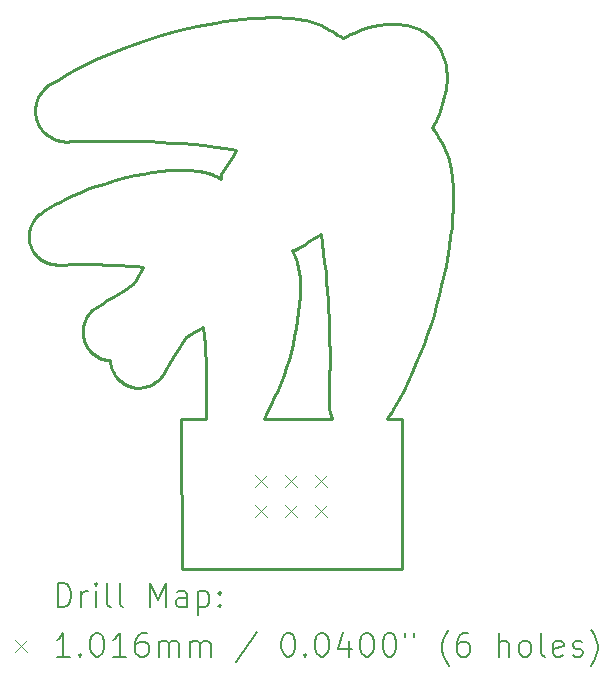
<source format=gbr>
%TF.GenerationSoftware,KiCad,Pcbnew,(6.0.10-0)*%
%TF.CreationDate,2023-06-21T21:43:06+02:00*%
%TF.ProjectId,SwiftLeeds,53776966-744c-4656-9564-732e6b696361,rev?*%
%TF.SameCoordinates,Original*%
%TF.FileFunction,Drillmap*%
%TF.FilePolarity,Positive*%
%FSLAX45Y45*%
G04 Gerber Fmt 4.5, Leading zero omitted, Abs format (unit mm)*
G04 Created by KiCad (PCBNEW (6.0.10-0)) date 2023-06-21 21:43:06*
%MOMM*%
%LPD*%
G01*
G04 APERTURE LIST*
%ADD10C,0.264583*%
%ADD11C,0.200000*%
%ADD12C,0.101600*%
G04 APERTURE END LIST*
D10*
X16724384Y-7317746D02*
X16720864Y-7317938D01*
X14492305Y-7267247D02*
X14495228Y-7277110D01*
X14698053Y-6379314D02*
X14713009Y-6385085D01*
X15309262Y-6703392D02*
X15212918Y-6728261D01*
X14612388Y-7415086D02*
X14620125Y-7418878D01*
X17010421Y-7665303D02*
X17003883Y-7584408D01*
X17978314Y-7618182D02*
X18014259Y-7450318D01*
X17855800Y-5488792D02*
X17835620Y-5475364D01*
X14728781Y-7442262D02*
X14756061Y-7442258D01*
X17272560Y-5464345D02*
X17239299Y-5478262D01*
X14685818Y-7439217D02*
X14694354Y-7440447D01*
X18038400Y-6547179D02*
X18031849Y-6527353D01*
X14650336Y-5925300D02*
X14650336Y-5925300D01*
X16827919Y-5373119D02*
X16801487Y-5367515D01*
X16033295Y-6679608D02*
X16020100Y-6674696D01*
X15871841Y-6423684D02*
X15964545Y-6432809D01*
X16770662Y-7499097D02*
X16773666Y-7519969D01*
X16059298Y-6690448D02*
X16046363Y-6684861D01*
X16110221Y-6714014D02*
X16109575Y-6715950D01*
X18054292Y-7202749D02*
X18063194Y-7123881D01*
X18054511Y-6607720D02*
X18049749Y-6587371D01*
X15212918Y-6728261D02*
X15117441Y-6756665D01*
X17036595Y-8702183D02*
X17034740Y-8696000D01*
X14702928Y-7441370D02*
X14711531Y-7441983D01*
X15553274Y-8439986D02*
X15568558Y-8428601D01*
X16747986Y-7312959D02*
X16744767Y-7314127D01*
X17914008Y-6255100D02*
X17928023Y-6226701D01*
X15391533Y-8484627D02*
X15391533Y-8484627D01*
X14965808Y-7898955D02*
X14960551Y-7910365D01*
X15369751Y-8481806D02*
X15380572Y-8483495D01*
X14578168Y-5998357D02*
X14571633Y-6009454D01*
X14794114Y-6886137D02*
X14749764Y-6908706D01*
X16691837Y-5353868D02*
X16663784Y-5351956D01*
X15309262Y-6703392D02*
X15309262Y-6703392D01*
X17024245Y-8587942D02*
X17025006Y-8566836D01*
X16773462Y-7777881D02*
X16766115Y-7845907D01*
X14806922Y-5828834D02*
X14727813Y-5875703D01*
X17436771Y-5415908D02*
X17410013Y-5421352D01*
X14486836Y-7165284D02*
X14485485Y-7175486D01*
X15201442Y-8356200D02*
X15206917Y-8365605D01*
X17239299Y-5478262D02*
X17206468Y-5493192D01*
X17616718Y-8579257D02*
X17616718Y-8579257D01*
X15019874Y-7829577D02*
X15019874Y-7829577D01*
X16762970Y-7303718D02*
X16762970Y-7303718D01*
X14609887Y-5957910D02*
X14601129Y-5967367D01*
X15180220Y-8306278D02*
X15183604Y-8316595D01*
X17953943Y-6168701D02*
X17965700Y-6139150D01*
X15429783Y-8484927D02*
X15448648Y-8482690D01*
X17641903Y-10017193D02*
X17641903Y-10017193D01*
X15073386Y-7439842D02*
X15136581Y-7441777D01*
X17463841Y-5411406D02*
X17436771Y-5415908D01*
X17573807Y-5403814D02*
X17546205Y-5404049D01*
X14620237Y-6982948D02*
X14578351Y-7009937D01*
X16471462Y-8745816D02*
X16471462Y-8745816D01*
X14597343Y-7406714D02*
X14604791Y-7411030D01*
X15984416Y-8337349D02*
X15985609Y-8387170D01*
X17960852Y-6376274D02*
X17949928Y-6358452D01*
X17026390Y-8657708D02*
X17025540Y-8651181D01*
X18002979Y-6017866D02*
X18009492Y-5986900D01*
X15896668Y-6647272D02*
X15859672Y-6644343D01*
X15010174Y-7438752D02*
X15073386Y-7439842D01*
X14538788Y-6120384D02*
X14538100Y-6133354D01*
X15959973Y-7972927D02*
X15959973Y-7972927D01*
X15500000Y-6400000D02*
X15593047Y-6404247D01*
X14919666Y-7438212D02*
X14946959Y-7438489D01*
X14523265Y-7336233D02*
X14528138Y-7343332D01*
X18073170Y-6767383D02*
X18070421Y-6727828D01*
X14727813Y-5875703D02*
X14650336Y-5925300D01*
X17529487Y-8728676D02*
X17542568Y-8707964D01*
X14892387Y-7438496D02*
X14919666Y-7438212D01*
X16111163Y-6709523D02*
X16110746Y-6711863D01*
X15983965Y-8316855D02*
X15984416Y-8337349D01*
X14639420Y-5932607D02*
X14629037Y-5940498D01*
X14985276Y-7866704D02*
X14978171Y-7877091D01*
X14571633Y-6009454D02*
X14565665Y-6020882D01*
X14713009Y-6385085D02*
X14728274Y-6390016D01*
X18049749Y-6587371D02*
X18044372Y-6567188D01*
X16718195Y-8115102D02*
X16701621Y-8181360D01*
X15298957Y-8455767D02*
X15308456Y-8460897D01*
X16731343Y-7317076D02*
X16727879Y-7317464D01*
X16732939Y-8048365D02*
X16718195Y-8115102D01*
X18016449Y-5773928D02*
X18012474Y-5750289D01*
X15139087Y-8248734D02*
X15149473Y-8250538D01*
X14930201Y-6824693D02*
X14884367Y-6844149D01*
X17886197Y-7948887D02*
X17911803Y-7866961D01*
X14620125Y-7418878D02*
X14627991Y-7422402D01*
X14541458Y-6185038D02*
X14543846Y-6197750D01*
X15825479Y-8049069D02*
X15828858Y-8046938D01*
X17025006Y-8566836D02*
X17027002Y-8524615D01*
X17074874Y-5480286D02*
X17051721Y-5466207D01*
X14976817Y-8140973D02*
X14983747Y-8151488D01*
X15985609Y-8387170D02*
X15985994Y-8438171D01*
X15263454Y-8431149D02*
X15271932Y-8437886D01*
X16607578Y-5349810D02*
X16579447Y-5349401D01*
X14507613Y-7096674D02*
X14503454Y-7106050D01*
X17142070Y-5525583D02*
X17120057Y-5510029D01*
X14629037Y-5940498D02*
X14619191Y-5948944D01*
X17874813Y-5503537D02*
X17855800Y-5488792D01*
X15325917Y-7452845D02*
X15388897Y-7458350D01*
X15318180Y-8465583D02*
X15328117Y-8469811D01*
X17735989Y-5429213D02*
X17709723Y-5421537D01*
X15289696Y-8450212D02*
X15298957Y-8455767D01*
X17020112Y-7827097D02*
X17015837Y-7746228D01*
X18014733Y-5955726D02*
X18018629Y-5924370D01*
X15117441Y-6756665D02*
X15023110Y-6788758D01*
X17985080Y-5658056D02*
X17975350Y-5636030D01*
X15779001Y-6415965D02*
X15871841Y-6423684D01*
X15854062Y-8033649D02*
X15857660Y-8031745D01*
X16859289Y-7243984D02*
X16811212Y-7273987D01*
X15500000Y-6400000D02*
X15500000Y-6400000D01*
X16745463Y-7396942D02*
X16751990Y-7417010D01*
X14617708Y-6327690D02*
X14629722Y-6338259D01*
X16717692Y-7332633D02*
X16721336Y-7339933D01*
X17031393Y-8683439D02*
X17029919Y-8677074D01*
X15108399Y-8241011D02*
X15118529Y-8243973D01*
X14503454Y-7106050D02*
X14499687Y-7115599D01*
X14559718Y-6246810D02*
X14565286Y-6258469D01*
X14571502Y-6269821D02*
X14578370Y-6280835D01*
X15206917Y-8365605D02*
X15212774Y-8374778D01*
X15910723Y-6648724D02*
X15896668Y-6647272D01*
X14728274Y-6390016D02*
X14743797Y-6394095D01*
X14955141Y-8095611D02*
X14959652Y-8107379D01*
X15896668Y-6647272D02*
X15896668Y-6647272D01*
X14493340Y-7135137D02*
X14490767Y-7145092D01*
X16905434Y-5396276D02*
X16879901Y-5387555D01*
X16854060Y-5379818D02*
X16827919Y-5373119D01*
X16111486Y-6707016D02*
X16111163Y-6709523D01*
X15984970Y-8747758D02*
X15770833Y-8748789D01*
X16135420Y-5383214D02*
X16058493Y-5395251D01*
X16801487Y-5367515D02*
X16774771Y-5363059D01*
X16663018Y-8312189D02*
X16641004Y-8376636D01*
X17004329Y-5439908D02*
X16980107Y-5427797D01*
X16780650Y-7625372D02*
X16780423Y-7667629D01*
X14538018Y-6146336D02*
X14538548Y-6159299D01*
X15819074Y-8053703D02*
X15822212Y-8051317D01*
X16747779Y-5359805D02*
X16747779Y-5359805D01*
X14791395Y-6401101D02*
X14807432Y-6401654D01*
X14683458Y-6372714D02*
X14698053Y-6379314D01*
X17027002Y-8524615D02*
X17027801Y-8503507D01*
X17025540Y-8651181D02*
X17025540Y-8651181D01*
X17515900Y-8748932D02*
X17515900Y-8748932D01*
X16683226Y-8247076D02*
X16663018Y-8312189D01*
X18070421Y-6727828D02*
X18066751Y-6688325D01*
X17023000Y-7890276D02*
X17020112Y-7827097D01*
X17986437Y-6079075D02*
X17995270Y-6048600D01*
X15905448Y-5424201D02*
X15753631Y-5459313D01*
X15430980Y-7500560D02*
X15410436Y-7536477D01*
X15282266Y-7663417D02*
X15193803Y-7717300D01*
X14547444Y-7037331D02*
X14540627Y-7045009D01*
X15370240Y-7608815D02*
X15282266Y-7663417D01*
X17049741Y-8737564D02*
X17045030Y-8726137D01*
X14538100Y-6133354D02*
X14538018Y-6146336D01*
X15271932Y-8437886D02*
X15280683Y-8444246D01*
X14694354Y-7440447D02*
X14702928Y-7441370D01*
X14565286Y-6258469D02*
X14571502Y-6269821D01*
X14728781Y-7442262D02*
X14728781Y-7442262D01*
X16006784Y-6670134D02*
X15993354Y-6665930D01*
X14627991Y-7422402D02*
X14635975Y-7425655D01*
X17374976Y-5429946D02*
X17357628Y-5434821D01*
X15069355Y-8225202D02*
X15078853Y-8229755D01*
X15348581Y-8476824D02*
X15359084Y-8479577D01*
X16731737Y-7362083D02*
X16734989Y-7369564D01*
X15448648Y-8482690D02*
X15467235Y-8478949D01*
X17024294Y-8630118D02*
X17023935Y-8609037D01*
X14555442Y-6044602D02*
X14551196Y-6056830D01*
X14490767Y-7145092D02*
X14488598Y-7155147D01*
X16720864Y-7317938D02*
X16717324Y-7318056D01*
X14887512Y-5784560D02*
X14806922Y-5828834D01*
X17995270Y-6048600D02*
X18002979Y-6017866D01*
X15527506Y-6661558D02*
X15454327Y-6673612D01*
X15984325Y-8646402D02*
X15984321Y-8697625D01*
X16241505Y-6469867D02*
X16241505Y-6469867D01*
X14953263Y-6396176D02*
X15090212Y-6393944D01*
X16754220Y-7309992D02*
X16751139Y-7311586D01*
X14916763Y-6396853D02*
X14935008Y-6396375D01*
X16523193Y-5349470D02*
X16523193Y-5349470D01*
X17616718Y-8579257D02*
X17656867Y-8503351D01*
X17028203Y-5452730D02*
X17004329Y-5439908D01*
X14499687Y-7115599D02*
X14496314Y-7125300D01*
X15363826Y-6395789D02*
X15500000Y-6400000D01*
X14533281Y-7350222D02*
X14538684Y-7356899D01*
X16955546Y-5416452D02*
X16930652Y-5405926D01*
X15191687Y-8336762D02*
X15196362Y-8346581D01*
X16738114Y-7377099D02*
X16745463Y-7396942D01*
X17033003Y-8689750D02*
X17031393Y-8683439D01*
X15785663Y-6641776D02*
X15748671Y-6642027D01*
X15816085Y-8056247D02*
X15819074Y-8053703D01*
X17938611Y-6340892D02*
X17938611Y-6340892D01*
X16738152Y-7315913D02*
X16734769Y-7316564D01*
X17025515Y-7953485D02*
X17023000Y-7890276D01*
X14992999Y-7856726D02*
X14985276Y-7866704D01*
X17040626Y-8714327D02*
X17036595Y-8702183D01*
X17555255Y-8686887D02*
X17567660Y-8665538D01*
X16367546Y-5357475D02*
X16289969Y-5364275D01*
X17051721Y-5466207D02*
X17028203Y-5452730D01*
X16728370Y-7354654D02*
X16731737Y-7362083D01*
X17928023Y-6226701D02*
X17941359Y-6197892D01*
X14756061Y-7442258D02*
X14783330Y-7441772D01*
X15857660Y-8031745D02*
X15861202Y-8029779D01*
X14512162Y-7087486D02*
X14507613Y-7096674D01*
X14585896Y-6291479D02*
X14585896Y-6291479D01*
X15239780Y-8408833D02*
X15247366Y-8416606D01*
X15159904Y-8251964D02*
X15170357Y-8253013D01*
X17028175Y-8482406D02*
X17028175Y-8482406D01*
X16176861Y-6571073D02*
X16113037Y-6672800D01*
X17028588Y-8670660D02*
X17027409Y-8664202D01*
X15010297Y-7838129D02*
X15001339Y-7847190D01*
X17120057Y-5510029D02*
X17097656Y-5494912D01*
X14506676Y-7305836D02*
X14510368Y-7313727D01*
X14644069Y-7428631D02*
X14652261Y-7431326D01*
X16721336Y-7339933D02*
X16724899Y-7347272D01*
X14951879Y-7933974D02*
X14948464Y-7946105D01*
X14569243Y-7386943D02*
X14575994Y-7392254D01*
X14955908Y-7922049D02*
X14951879Y-7933974D01*
X15813264Y-8058968D02*
X15816085Y-8056247D01*
X14978171Y-7877091D02*
X14971682Y-7887852D01*
X18058640Y-6628227D02*
X18054511Y-6607720D01*
X15828858Y-8046938D02*
X15832330Y-8044905D01*
X14884367Y-6844149D02*
X14838993Y-6864624D01*
X15098396Y-8237656D02*
X15108399Y-8241011D01*
X14971682Y-7887852D02*
X14965808Y-7898955D01*
X17761783Y-5438383D02*
X17735989Y-5429213D01*
X14538684Y-7356899D02*
X14544336Y-7363359D01*
X15255261Y-8424050D02*
X15263454Y-8431149D01*
X14498595Y-7286841D02*
X14502410Y-7296422D01*
X15060066Y-8220243D02*
X15069355Y-8225202D01*
X17975350Y-5636030D02*
X17964466Y-5614598D01*
X14517096Y-7078505D02*
X14512162Y-7087486D01*
X17020112Y-7827097D02*
X17020112Y-7827097D01*
X16727879Y-7317464D02*
X16724384Y-7317746D01*
X18019278Y-5797618D02*
X18019278Y-5797618D01*
X16879901Y-5387555D02*
X16854060Y-5379818D01*
X16747779Y-5359805D02*
X16719839Y-5356455D01*
X14578370Y-6280835D02*
X14585896Y-6291479D01*
X17952424Y-5593850D02*
X17939225Y-5573877D01*
X17027801Y-8503507D02*
X17028175Y-8482406D01*
X14544457Y-6081865D02*
X14541971Y-6094608D01*
X15631074Y-8357323D02*
X15640251Y-8340656D01*
X17546205Y-5404049D02*
X17518629Y-5405426D01*
X17911803Y-7866961D02*
X17935678Y-7784502D01*
X17829715Y-8110946D02*
X17858841Y-8030232D01*
X15640251Y-8340656D02*
X15640251Y-8340656D01*
X15187430Y-8326762D02*
X15191687Y-8336762D01*
X15308456Y-8460897D02*
X15318180Y-8465583D01*
X16955051Y-7183364D02*
X16955051Y-7183364D01*
X15839477Y-8041053D02*
X15854062Y-8033649D01*
X14540080Y-6107458D02*
X14538788Y-6120384D01*
X14969431Y-5742751D02*
X14887512Y-5784560D01*
X14783330Y-7441772D02*
X14837855Y-7440053D01*
X16109575Y-6715950D02*
X16109575Y-6715950D01*
X15451786Y-7464793D02*
X15451786Y-7464793D01*
X17027409Y-8664202D02*
X17026390Y-8657708D01*
X14484994Y-7226832D02*
X14486171Y-7237045D01*
X14991281Y-8161607D02*
X14999418Y-8171295D01*
X17340392Y-5440060D02*
X17306255Y-5451569D01*
X17909344Y-5536616D02*
X17892661Y-5519508D01*
X15401136Y-8485319D02*
X15410719Y-8485594D01*
X14534181Y-7052984D02*
X14528108Y-7061236D01*
X15388897Y-7458350D02*
X15451786Y-7464793D01*
X15832330Y-8044905D02*
X15835875Y-8042950D01*
X17030651Y-8179682D02*
X17029001Y-8078503D01*
X17174061Y-5509008D02*
X17142070Y-5525583D01*
X17027551Y-8016352D02*
X17025515Y-7953485D01*
X15601010Y-6651982D02*
X15527506Y-6661558D01*
X14487779Y-7247197D02*
X14489823Y-7257270D01*
X15370240Y-7608815D02*
X15370240Y-7608815D01*
X17971363Y-6394351D02*
X17960852Y-6376274D01*
X14590054Y-7402144D02*
X14597343Y-7406714D01*
X14562175Y-7022934D02*
X14554627Y-7029967D01*
X18044372Y-6567188D02*
X18038400Y-6547179D01*
X16717324Y-7318056D02*
X16710208Y-7318136D01*
X14562692Y-7381394D02*
X14569243Y-7386943D01*
X15019874Y-7829577D02*
X15010297Y-7838129D01*
X14945248Y-8059065D02*
X14947938Y-8071420D01*
X16072092Y-6696358D02*
X16059298Y-6690448D01*
X15485465Y-8473770D02*
X15503263Y-8467219D01*
X18043669Y-7281300D02*
X18054292Y-7202749D01*
X14941692Y-8034002D02*
X14943166Y-8046581D01*
X16445295Y-5352523D02*
X16367546Y-5357475D01*
X15503263Y-8467219D02*
X15520548Y-8459361D01*
X17766078Y-8270287D02*
X17798801Y-8190981D01*
X17683057Y-5415305D02*
X17656061Y-5410467D01*
X18017089Y-6488279D02*
X18008915Y-6469048D01*
X14935008Y-6396375D02*
X14953263Y-6396176D01*
X16996243Y-7503629D02*
X16987521Y-7423050D01*
X14976460Y-6806235D02*
X14930201Y-6824693D01*
X17029919Y-8677074D02*
X17028588Y-8670660D01*
X14560266Y-6032609D02*
X14555442Y-6044602D01*
X15088540Y-8233905D02*
X15098396Y-8237656D01*
X14642357Y-6348057D02*
X14655558Y-6357074D01*
X14711531Y-7441983D02*
X14720152Y-7442282D01*
X15822667Y-6642529D02*
X15785663Y-6641776D01*
X18031849Y-6527353D02*
X18024740Y-6507717D01*
X14662790Y-6957093D02*
X14620237Y-6982948D01*
X14837855Y-7440053D02*
X14892387Y-7438496D01*
X15023110Y-6788758D02*
X14976460Y-6806235D01*
X14585265Y-5987622D02*
X14578168Y-5998357D01*
X16241505Y-6469867D02*
X16209047Y-6520386D01*
X16057079Y-6443465D02*
X16149411Y-6455776D01*
X15822212Y-8051317D02*
X15825479Y-8049069D01*
X16719839Y-5356455D02*
X16691837Y-5353868D01*
X14484247Y-7216577D02*
X14484994Y-7226832D01*
X17709723Y-5421537D02*
X17683057Y-5415305D01*
X15952440Y-6655558D02*
X15938615Y-6652875D01*
X16209047Y-6520386D02*
X16176861Y-6571073D01*
X14601129Y-5967367D02*
X14592920Y-5977281D01*
X18018629Y-5924370D02*
X18021105Y-5892856D01*
X16112115Y-6695812D02*
X16111906Y-6701601D01*
X18024740Y-6507717D02*
X18017089Y-6488279D01*
X18066751Y-6688325D02*
X18062117Y-6648884D01*
X15467235Y-8478949D02*
X15485465Y-8473770D01*
X14518673Y-7328930D02*
X14523265Y-7336233D01*
X15973047Y-8113737D02*
X15978025Y-8185065D01*
X16762736Y-7457732D02*
X16767032Y-7478345D01*
X15149736Y-7744492D02*
X15105967Y-7772130D01*
X14496314Y-7125300D02*
X14493340Y-7135137D01*
X15964545Y-6432809D02*
X16057079Y-6443465D01*
X15770833Y-8748789D02*
X15777670Y-10016928D01*
X15172843Y-8274590D02*
X15174827Y-8285259D01*
X15520548Y-8459361D02*
X15537245Y-8450261D01*
X17899389Y-6283066D02*
X17914008Y-6255100D01*
X15835875Y-8042950D02*
X15839477Y-8041053D01*
X18022088Y-5861209D02*
X18021504Y-5829455D01*
X14964768Y-8118885D02*
X14970490Y-8130094D01*
X17938611Y-6340892D02*
X17933887Y-6333546D01*
X16955051Y-7183364D02*
X16859289Y-7243984D01*
X15864668Y-8027733D02*
X15868041Y-8025585D01*
X17935678Y-7784502D02*
X17957842Y-7701560D01*
X15686058Y-6409528D02*
X15779001Y-6415965D01*
X17034740Y-8696000D02*
X17033003Y-8689750D01*
X15813264Y-8058968D02*
X15813264Y-8058968D01*
X14546862Y-6210315D02*
X14550510Y-6222702D01*
X16987521Y-7423050D02*
X16977735Y-7342756D01*
X15170357Y-8253013D02*
X15171349Y-8263836D01*
X18001079Y-5703527D02*
X17993655Y-5680585D01*
X14629722Y-6338259D02*
X14642357Y-6348057D01*
X15051009Y-8214875D02*
X15060066Y-8220243D01*
X16617194Y-8440353D02*
X16591593Y-8503279D01*
X16663784Y-5351956D02*
X16635694Y-5350633D01*
X15280683Y-8444246D02*
X15289696Y-8450212D01*
X15359084Y-8479577D02*
X15369751Y-8481806D01*
X15777670Y-10016928D02*
X17641903Y-10017193D01*
X17567660Y-8665538D02*
X17616718Y-8579257D01*
X17695131Y-8426521D02*
X17731528Y-8348817D01*
X14554627Y-7029967D02*
X14547444Y-7037331D01*
X15328117Y-8469811D02*
X15338254Y-8473563D01*
X15753631Y-5459313D02*
X15603222Y-5500177D01*
X14720152Y-7442282D02*
X14728781Y-7442262D01*
X17957842Y-7701560D02*
X17978314Y-7618182D01*
X15985994Y-8438171D02*
X15985315Y-8542197D01*
X15221637Y-5630788D02*
X15136645Y-5665996D01*
X16641004Y-8376636D02*
X16617194Y-8440353D01*
X15025427Y-8196283D02*
X15033668Y-8202898D01*
X14604791Y-7411030D02*
X14612388Y-7415086D01*
X14999418Y-8171295D02*
X15008157Y-8180519D01*
X14759526Y-6397309D02*
X14775409Y-6399649D01*
X14652261Y-7431326D02*
X14660542Y-7433737D01*
X17030939Y-8281362D02*
X17030651Y-8179682D01*
X17892661Y-5519508D02*
X17874813Y-5503537D01*
X18000237Y-6450032D02*
X17991074Y-6431238D01*
X17024792Y-8640652D02*
X17024294Y-8630118D01*
X15583019Y-8416172D02*
X15596578Y-8402764D01*
X17811669Y-5461408D02*
X17787033Y-5449098D01*
X17991074Y-6431238D02*
X17981443Y-6412675D01*
X14743797Y-6394095D02*
X14759526Y-6397309D01*
X15748671Y-6642027D02*
X15711699Y-6643229D01*
X14947938Y-8071420D02*
X14951236Y-8083614D01*
X17919341Y-6311750D02*
X17909416Y-6297370D01*
X17993655Y-5680585D02*
X17985080Y-5658056D01*
X14940573Y-8008693D02*
X14940828Y-8021361D01*
X17045030Y-8726137D02*
X17040626Y-8714327D01*
X15451786Y-7464793D02*
X15430980Y-7500560D01*
X14705978Y-6932352D02*
X14662790Y-6957093D01*
X15609160Y-8388442D02*
X15620684Y-8373274D01*
X14943472Y-7970855D02*
X14941894Y-7983406D01*
X17981443Y-6412675D02*
X17971363Y-6394351D01*
X16113037Y-6672800D02*
X16112770Y-6675410D01*
X14506676Y-7305836D02*
X14506676Y-7305836D01*
X14941894Y-7983406D02*
X14940928Y-7996030D01*
X15390180Y-7572558D02*
X15370240Y-7608815D01*
X16113037Y-6672800D02*
X16113037Y-6672800D01*
X17964466Y-5614598D02*
X17952424Y-5593850D01*
X17097656Y-5494912D02*
X17074874Y-5480286D01*
X15537245Y-8450261D02*
X15553274Y-8439986D01*
X17835620Y-5475364D02*
X17835620Y-5475364D01*
X15128765Y-8246547D02*
X15139087Y-8248734D01*
X17656867Y-8503351D02*
X17695131Y-8426521D01*
X14489823Y-7257270D02*
X14492305Y-7267247D01*
X17030051Y-8382589D02*
X17030939Y-8281362D01*
X18021504Y-5829455D02*
X18019278Y-5797618D01*
X15174827Y-8285259D02*
X15177290Y-8295827D01*
X15620684Y-8373274D02*
X15631074Y-8357323D01*
X14502410Y-7296422D02*
X14506676Y-7305836D01*
X16535058Y-8626506D02*
X16504138Y-8686682D01*
X17949928Y-6358452D02*
X17938611Y-6340892D01*
X14880301Y-6398366D02*
X14916763Y-6396853D01*
X16756908Y-7913705D02*
X16745846Y-7981212D01*
X16774771Y-5363059D02*
X16747779Y-5359805D01*
X17206468Y-5493192D02*
X17174061Y-5509008D01*
X15978025Y-8185065D02*
X15981884Y-8256372D01*
X16767032Y-7478345D02*
X16770662Y-7499097D01*
X15171349Y-8263836D02*
X15172843Y-8274590D01*
X14953263Y-6396176D02*
X14953263Y-6396176D01*
X16212586Y-5372872D02*
X16135420Y-5383214D01*
X16591593Y-8503279D02*
X16564212Y-8565351D01*
X14749764Y-6908706D02*
X14705978Y-6932352D01*
X15199745Y-7444578D02*
X15262862Y-7448261D01*
X17491150Y-5407895D02*
X17463841Y-5411406D01*
X17929095Y-6326244D02*
X17919341Y-6311750D01*
X15682730Y-8270247D02*
X15725891Y-8199971D01*
X14943166Y-8046581D02*
X14945248Y-8059065D01*
X18063194Y-7123881D02*
X18070047Y-7044783D01*
X17641903Y-10017193D02*
X17639837Y-8750417D01*
X15410436Y-7536477D02*
X15390180Y-7572558D01*
X17835620Y-5475364D02*
X17811669Y-5461408D01*
X14585896Y-6291479D02*
X14595743Y-6304289D01*
X15078853Y-8229755D02*
X15088540Y-8233905D01*
X18075039Y-6806977D02*
X18073170Y-6767383D01*
X17142070Y-5525583D02*
X17142070Y-5525583D01*
X16046363Y-6684861D02*
X16033295Y-6679608D01*
X17029001Y-8078503D02*
X17029001Y-8078503D01*
X15247366Y-8416606D02*
X15255261Y-8424050D01*
X16111729Y-6704367D02*
X16111486Y-6707016D01*
X16084741Y-6702585D02*
X16072092Y-6696358D01*
X16579447Y-5349401D02*
X16523193Y-5349470D01*
X14650336Y-5925300D02*
X14639420Y-5932607D01*
X16766115Y-7845907D02*
X16756908Y-7913705D01*
X15725891Y-8199971D02*
X15813264Y-8058968D01*
X14951236Y-8083614D02*
X14955141Y-8095611D01*
X17029001Y-8078503D02*
X17027551Y-8016352D01*
X18062117Y-6648884D02*
X18062117Y-6648884D01*
X15380572Y-8483495D02*
X15391533Y-8484627D01*
X14528108Y-7061236D02*
X14522412Y-7069749D01*
X16504138Y-8686682D02*
X16471462Y-8745816D01*
X15001339Y-7847190D02*
X14992999Y-7856726D01*
X16289969Y-5364275D02*
X16212586Y-5372872D01*
X15136581Y-7441777D02*
X15199745Y-7444578D01*
X14550228Y-7369598D02*
X14556350Y-7375611D01*
X14488598Y-7155147D02*
X14486836Y-7165284D01*
X15149473Y-8250538D02*
X15159904Y-8251964D01*
X15568558Y-8428601D02*
X15583019Y-8416172D01*
X17601365Y-5404772D02*
X17573807Y-5403814D01*
X17518629Y-5405426D02*
X17491150Y-5407895D01*
X15966175Y-6658634D02*
X15952440Y-6655558D01*
X16751139Y-7311586D02*
X16747986Y-7312959D01*
X14669276Y-6365296D02*
X14683458Y-6372714D01*
X15090212Y-6393944D02*
X15227148Y-6393792D01*
X17003883Y-7584408D02*
X16996243Y-7503629D01*
X14486171Y-7237045D02*
X14487779Y-7247197D01*
X16724899Y-7347272D02*
X16728370Y-7354654D01*
X14635975Y-7425655D02*
X14644069Y-7428631D01*
X16635694Y-5350633D02*
X16607578Y-5349810D01*
X15391533Y-8484627D02*
X15401136Y-8485319D01*
X14528138Y-7343332D02*
X14533281Y-7350222D01*
X16744767Y-7314127D02*
X16741487Y-7315106D01*
X16778938Y-7709688D02*
X16778938Y-7709688D01*
X18062117Y-6648884D02*
X18058640Y-6628227D01*
X14946959Y-7438489D02*
X14946959Y-7438489D01*
X18070047Y-7044783D02*
X18074524Y-6965542D01*
X15984321Y-8697625D02*
X15984970Y-8747758D01*
X14838993Y-6864624D02*
X14794114Y-6886137D01*
X15983303Y-8295757D02*
X15983965Y-8316855D01*
X18019278Y-5797618D02*
X18016449Y-5773928D01*
X15861202Y-8029779D02*
X15864668Y-8027733D01*
X16564212Y-8565351D02*
X16535058Y-8626506D01*
X14959652Y-8107379D02*
X14964768Y-8118885D01*
X17639837Y-8750417D02*
X17639837Y-8750417D01*
X15859672Y-6644343D02*
X15822667Y-6642529D01*
X15914109Y-7999434D02*
X15959973Y-7972927D01*
X16966905Y-7262832D02*
X16955051Y-7183364D01*
X15017498Y-8189245D02*
X15025427Y-8196283D01*
X18008915Y-6469048D02*
X18000237Y-6450032D01*
X16149411Y-6455776D02*
X16241505Y-6469867D01*
X14946959Y-7438489D02*
X15010174Y-7438752D01*
X14547533Y-6069262D02*
X14544457Y-6081865D01*
X15118529Y-8243973D02*
X15128765Y-8246547D01*
X15033668Y-8202898D02*
X15042202Y-8209095D01*
X14655558Y-6357074D02*
X14669276Y-6365296D01*
X14940828Y-8021361D02*
X14941692Y-8034002D01*
X16761567Y-7304931D02*
X16760141Y-7306075D01*
X15454402Y-5546381D02*
X15307350Y-5597517D01*
X14541971Y-6094608D02*
X14540080Y-6107458D01*
X15193803Y-7717300D02*
X15149736Y-7744492D01*
X16762970Y-7303718D02*
X16761567Y-7304931D01*
X17542568Y-8707964D02*
X17555255Y-8686887D01*
X16020100Y-6674696D02*
X16006784Y-6670134D01*
X15593047Y-6404247D02*
X15686058Y-6409528D01*
X15640251Y-8340656D02*
X15682730Y-8270247D01*
X18012474Y-5750289D02*
X18007351Y-5726792D01*
X14948464Y-7946105D02*
X14945661Y-7958410D01*
X16741487Y-7315106D02*
X16738152Y-7315913D01*
X14543846Y-6197750D02*
X14546862Y-6210315D01*
X17410013Y-5421352D02*
X17392437Y-5425451D01*
X16751990Y-7417010D02*
X16757735Y-7437280D01*
X18009492Y-5986900D02*
X18014733Y-5955726D01*
X15993354Y-6665930D02*
X15979816Y-6662094D01*
X17933887Y-6333546D02*
X17929095Y-6326244D01*
X16930652Y-5405926D02*
X16905434Y-5396276D01*
X14945661Y-7958410D02*
X14943472Y-7970855D01*
X14550510Y-6222702D02*
X14554794Y-6234877D01*
X17410013Y-5421352D02*
X17410013Y-5421352D01*
X14660542Y-7433737D02*
X14668902Y-7435858D01*
X15105967Y-7772130D02*
X15062633Y-7800422D01*
X15984416Y-8337349D02*
X15984416Y-8337349D01*
X16111906Y-6701601D02*
X16111729Y-6704367D01*
X15052526Y-5703273D02*
X14969431Y-5742751D01*
X17025540Y-8651181D02*
X17024792Y-8640652D01*
X17028175Y-8482406D02*
X17030051Y-8382589D01*
X16757222Y-7308161D02*
X16754220Y-7309992D01*
X15868041Y-8025585D02*
X15868041Y-8025585D01*
X17858841Y-8030232D02*
X17886197Y-7948887D01*
X15136645Y-5665996D02*
X15052526Y-5703273D01*
X15596578Y-8402764D02*
X15609160Y-8388442D01*
X14578351Y-7009937D02*
X14578351Y-7009937D01*
X16980107Y-5427797D02*
X16955546Y-5416452D01*
X15410719Y-8485594D02*
X15429783Y-8484927D01*
X18043669Y-7281300D02*
X18043669Y-7281300D01*
X14983747Y-8151488D02*
X14991281Y-8161607D01*
X15262862Y-7448261D02*
X15325917Y-7452845D01*
X15711699Y-6643229D02*
X15674758Y-6645325D01*
X14578351Y-7009937D02*
X14570084Y-7016252D01*
X16811212Y-7273987D02*
X16762970Y-7303718D01*
X14592920Y-5977281D02*
X14585265Y-5987622D01*
X15177290Y-8295827D02*
X15180220Y-8306278D01*
X14668902Y-7435858D02*
X14677331Y-7437687D01*
X16471462Y-8745816D02*
X17054690Y-8748563D01*
X18014259Y-7450318D02*
X18043669Y-7281300D01*
X16112574Y-6678144D02*
X16112339Y-6683890D01*
X17941359Y-6197892D02*
X17953943Y-6168701D01*
X15603222Y-5500177D02*
X15454402Y-5546381D01*
X14551196Y-6056830D02*
X14547533Y-6069262D01*
X15225586Y-8392366D02*
X15232516Y-8400747D01*
X14540627Y-7045009D02*
X14534181Y-7052984D01*
X15967010Y-8042865D02*
X15973047Y-8113737D01*
X16112770Y-6675410D02*
X16112574Y-6678144D01*
X14570084Y-7016252D02*
X14562175Y-7022934D01*
X14940928Y-7996030D02*
X14940573Y-8008693D01*
X15981884Y-8256372D02*
X15983303Y-8295757D01*
X14606364Y-6316363D02*
X14617708Y-6327690D01*
X16738114Y-7377099D02*
X16738114Y-7377099D01*
X14582934Y-7397322D02*
X14590054Y-7402144D01*
X14510368Y-7313727D02*
X14514370Y-7321427D01*
X17515900Y-8748932D02*
X17529487Y-8728676D01*
X17054690Y-8748563D02*
X17049741Y-8737564D01*
X15183604Y-8316595D02*
X15187430Y-8326762D01*
X16058493Y-5395251D02*
X15905448Y-5424201D01*
X16977735Y-7342756D02*
X16966905Y-7262832D01*
X17939225Y-5573877D02*
X17924865Y-5554769D01*
X14970490Y-8130094D02*
X14976817Y-8140973D01*
X14522412Y-7069749D02*
X14517096Y-7078505D01*
X15062633Y-7800422D02*
X15019874Y-7829577D01*
X15777670Y-10016928D02*
X15777670Y-10016928D01*
X18021105Y-5892856D02*
X18022088Y-5861209D01*
X16110746Y-6711863D02*
X16110221Y-6714014D01*
X17015837Y-7746228D02*
X17010421Y-7665303D01*
X14775409Y-6399649D02*
X14791395Y-6401101D01*
X17731528Y-8348817D02*
X17766078Y-8270287D01*
X15868041Y-8025585D02*
X15914109Y-7999434D01*
X18007351Y-5726792D02*
X18001079Y-5703527D01*
X14514370Y-7321427D02*
X14518673Y-7328930D01*
X14960551Y-7910365D02*
X14955908Y-7922049D01*
X16773666Y-7519969D02*
X16776082Y-7540938D01*
X16710208Y-7318136D02*
X16710208Y-7318136D01*
X15981884Y-8256372D02*
X15981884Y-8256372D01*
X17392437Y-5425451D02*
X17374976Y-5429946D01*
X15212774Y-8374778D02*
X15225586Y-8392366D01*
X16778938Y-7709688D02*
X16773462Y-7777881D01*
X15227148Y-6393792D02*
X15363826Y-6395789D01*
X16777950Y-7561984D02*
X16779307Y-7583085D01*
X15307350Y-5597517D02*
X15221637Y-5630788D01*
X16523193Y-5349470D02*
X16445295Y-5352523D01*
X17787033Y-5449098D02*
X17761783Y-5438383D01*
X14538548Y-6159299D02*
X14539693Y-6172210D01*
X15307350Y-5597517D02*
X15307350Y-5597517D01*
X16710208Y-7318136D02*
X16717692Y-7332633D01*
X15042202Y-8209095D02*
X15051009Y-8214875D01*
X14677331Y-7437687D02*
X14685818Y-7439217D01*
X17798801Y-8190981D02*
X17829715Y-8110946D01*
X16780423Y-7667629D02*
X16778938Y-7709688D01*
X15984970Y-8747758D02*
X15984970Y-8747758D01*
X17639837Y-8750417D02*
X17515900Y-8748932D01*
X14556350Y-7375611D02*
X14562692Y-7381394D01*
X14539693Y-6172210D02*
X14541458Y-6185038D01*
X17976556Y-6109267D02*
X17986437Y-6079075D01*
X14807432Y-6401654D02*
X14807432Y-6401654D01*
X16760141Y-7306075D02*
X16757222Y-7308161D01*
X18076297Y-6886244D02*
X18075039Y-6806977D01*
X16757735Y-7437280D02*
X16762736Y-7457732D01*
X15674758Y-6645325D02*
X15601010Y-6651982D01*
X16701621Y-8181360D02*
X16683226Y-8247076D01*
X17023935Y-8609037D02*
X17024245Y-8587942D01*
X14565665Y-6020882D02*
X14560266Y-6032609D01*
X14495228Y-7277110D02*
X14498595Y-7286841D01*
X16734769Y-7316564D02*
X16731343Y-7317076D01*
X15196362Y-8346581D02*
X15201442Y-8356200D01*
X14484547Y-7185734D02*
X14484027Y-7196010D01*
X17899389Y-6283066D02*
X17899389Y-6283066D01*
X16779307Y-7583085D02*
X16780650Y-7625372D01*
X18074524Y-6965542D02*
X18076297Y-6886244D01*
X14575994Y-7392254D02*
X14582934Y-7397322D01*
X14843862Y-6400153D02*
X14880301Y-6398366D01*
X14554794Y-6234877D02*
X14559718Y-6246810D01*
X17924865Y-5554769D02*
X17909344Y-5536616D01*
X15008157Y-8180519D02*
X15017498Y-8189245D01*
X16776082Y-7540938D02*
X16777950Y-7561984D01*
X15454327Y-6673612D02*
X15381552Y-6687703D01*
X16734989Y-7369564D02*
X16738114Y-7377099D01*
X16745846Y-7981212D02*
X16732939Y-8048365D01*
X15924707Y-6650594D02*
X15910723Y-6648724D01*
X14485485Y-7175486D02*
X14484547Y-7185734D01*
X17357628Y-5434821D02*
X17340392Y-5440060D01*
X14484027Y-7196010D02*
X14483925Y-7206297D01*
X17909416Y-6297370D02*
X17899389Y-6283066D01*
X14807432Y-6401654D02*
X14843862Y-6400153D01*
X15979816Y-6662094D02*
X15966175Y-6658634D01*
X16097238Y-6709118D02*
X16084741Y-6702585D01*
X15338254Y-8473563D02*
X15348581Y-8476824D01*
X14595743Y-6304289D02*
X14606364Y-6316363D01*
X15170357Y-8253013D02*
X15170357Y-8253013D01*
X17965700Y-6139150D02*
X17976556Y-6109267D01*
X15959973Y-7972927D02*
X15967010Y-8042865D01*
X16112339Y-6683890D02*
X16112115Y-6695812D01*
X17306255Y-5451569D02*
X17272560Y-5464345D01*
X17628807Y-5406973D02*
X17601365Y-5404772D01*
X15232516Y-8400747D02*
X15239780Y-8408833D01*
X15017498Y-8189245D02*
X15017498Y-8189245D01*
X15381552Y-6687703D02*
X15309262Y-6703392D01*
X14619191Y-5948944D02*
X14609887Y-5957910D01*
X14483925Y-7206297D02*
X14484247Y-7216577D01*
X16109575Y-6715950D02*
X16097238Y-6709118D01*
X17656061Y-5410467D02*
X17628807Y-5406973D01*
X14544336Y-7363359D02*
X14550228Y-7369598D01*
X15985315Y-8542197D02*
X15984325Y-8646402D01*
X15938615Y-6652875D02*
X15924707Y-6650594D01*
D11*
D12*
X16401200Y-9224200D02*
X16502800Y-9325800D01*
X16502800Y-9224200D02*
X16401200Y-9325800D01*
X16401200Y-9478200D02*
X16502800Y-9579800D01*
X16502800Y-9478200D02*
X16401200Y-9579800D01*
X16655200Y-9224200D02*
X16756800Y-9325800D01*
X16756800Y-9224200D02*
X16655200Y-9325800D01*
X16655200Y-9478200D02*
X16756800Y-9579800D01*
X16756800Y-9478200D02*
X16655200Y-9579800D01*
X16909200Y-9224200D02*
X17010800Y-9325800D01*
X17010800Y-9224200D02*
X16909200Y-9325800D01*
X16909200Y-9478200D02*
X17010800Y-9579800D01*
X17010800Y-9478200D02*
X16909200Y-9579800D01*
D11*
X14728315Y-10340898D02*
X14728315Y-10140898D01*
X14775934Y-10140898D01*
X14804506Y-10150422D01*
X14823553Y-10169470D01*
X14833077Y-10188517D01*
X14842601Y-10226612D01*
X14842601Y-10255184D01*
X14833077Y-10293279D01*
X14823553Y-10312327D01*
X14804506Y-10331374D01*
X14775934Y-10340898D01*
X14728315Y-10340898D01*
X14928315Y-10340898D02*
X14928315Y-10207565D01*
X14928315Y-10245660D02*
X14937839Y-10226612D01*
X14947363Y-10217089D01*
X14966410Y-10207565D01*
X14985458Y-10207565D01*
X15052125Y-10340898D02*
X15052125Y-10207565D01*
X15052125Y-10140898D02*
X15042601Y-10150422D01*
X15052125Y-10159946D01*
X15061649Y-10150422D01*
X15052125Y-10140898D01*
X15052125Y-10159946D01*
X15175934Y-10340898D02*
X15156887Y-10331374D01*
X15147363Y-10312327D01*
X15147363Y-10140898D01*
X15280696Y-10340898D02*
X15261649Y-10331374D01*
X15252125Y-10312327D01*
X15252125Y-10140898D01*
X15509268Y-10340898D02*
X15509268Y-10140898D01*
X15575934Y-10283755D01*
X15642601Y-10140898D01*
X15642601Y-10340898D01*
X15823553Y-10340898D02*
X15823553Y-10236136D01*
X15814030Y-10217089D01*
X15794982Y-10207565D01*
X15756887Y-10207565D01*
X15737839Y-10217089D01*
X15823553Y-10331374D02*
X15804506Y-10340898D01*
X15756887Y-10340898D01*
X15737839Y-10331374D01*
X15728315Y-10312327D01*
X15728315Y-10293279D01*
X15737839Y-10274231D01*
X15756887Y-10264708D01*
X15804506Y-10264708D01*
X15823553Y-10255184D01*
X15918791Y-10207565D02*
X15918791Y-10407565D01*
X15918791Y-10217089D02*
X15937839Y-10207565D01*
X15975934Y-10207565D01*
X15994982Y-10217089D01*
X16004506Y-10226612D01*
X16014030Y-10245660D01*
X16014030Y-10302803D01*
X16004506Y-10321850D01*
X15994982Y-10331374D01*
X15975934Y-10340898D01*
X15937839Y-10340898D01*
X15918791Y-10331374D01*
X16099744Y-10321850D02*
X16109268Y-10331374D01*
X16099744Y-10340898D01*
X16090220Y-10331374D01*
X16099744Y-10321850D01*
X16099744Y-10340898D01*
X16099744Y-10217089D02*
X16109268Y-10226612D01*
X16099744Y-10236136D01*
X16090220Y-10226612D01*
X16099744Y-10217089D01*
X16099744Y-10236136D01*
D12*
X14369096Y-10619622D02*
X14470696Y-10721222D01*
X14470696Y-10619622D02*
X14369096Y-10721222D01*
D11*
X14833077Y-10760898D02*
X14718791Y-10760898D01*
X14775934Y-10760898D02*
X14775934Y-10560898D01*
X14756887Y-10589470D01*
X14737839Y-10608517D01*
X14718791Y-10618041D01*
X14918791Y-10741850D02*
X14928315Y-10751374D01*
X14918791Y-10760898D01*
X14909268Y-10751374D01*
X14918791Y-10741850D01*
X14918791Y-10760898D01*
X15052125Y-10560898D02*
X15071172Y-10560898D01*
X15090220Y-10570422D01*
X15099744Y-10579946D01*
X15109268Y-10598993D01*
X15118791Y-10637089D01*
X15118791Y-10684708D01*
X15109268Y-10722803D01*
X15099744Y-10741850D01*
X15090220Y-10751374D01*
X15071172Y-10760898D01*
X15052125Y-10760898D01*
X15033077Y-10751374D01*
X15023553Y-10741850D01*
X15014030Y-10722803D01*
X15004506Y-10684708D01*
X15004506Y-10637089D01*
X15014030Y-10598993D01*
X15023553Y-10579946D01*
X15033077Y-10570422D01*
X15052125Y-10560898D01*
X15309268Y-10760898D02*
X15194982Y-10760898D01*
X15252125Y-10760898D02*
X15252125Y-10560898D01*
X15233077Y-10589470D01*
X15214030Y-10608517D01*
X15194982Y-10618041D01*
X15480696Y-10560898D02*
X15442601Y-10560898D01*
X15423553Y-10570422D01*
X15414030Y-10579946D01*
X15394982Y-10608517D01*
X15385458Y-10646612D01*
X15385458Y-10722803D01*
X15394982Y-10741850D01*
X15404506Y-10751374D01*
X15423553Y-10760898D01*
X15461649Y-10760898D01*
X15480696Y-10751374D01*
X15490220Y-10741850D01*
X15499744Y-10722803D01*
X15499744Y-10675184D01*
X15490220Y-10656136D01*
X15480696Y-10646612D01*
X15461649Y-10637089D01*
X15423553Y-10637089D01*
X15404506Y-10646612D01*
X15394982Y-10656136D01*
X15385458Y-10675184D01*
X15585458Y-10760898D02*
X15585458Y-10627565D01*
X15585458Y-10646612D02*
X15594982Y-10637089D01*
X15614030Y-10627565D01*
X15642601Y-10627565D01*
X15661649Y-10637089D01*
X15671172Y-10656136D01*
X15671172Y-10760898D01*
X15671172Y-10656136D02*
X15680696Y-10637089D01*
X15699744Y-10627565D01*
X15728315Y-10627565D01*
X15747363Y-10637089D01*
X15756887Y-10656136D01*
X15756887Y-10760898D01*
X15852125Y-10760898D02*
X15852125Y-10627565D01*
X15852125Y-10646612D02*
X15861649Y-10637089D01*
X15880696Y-10627565D01*
X15909268Y-10627565D01*
X15928315Y-10637089D01*
X15937839Y-10656136D01*
X15937839Y-10760898D01*
X15937839Y-10656136D02*
X15947363Y-10637089D01*
X15966410Y-10627565D01*
X15994982Y-10627565D01*
X16014030Y-10637089D01*
X16023553Y-10656136D01*
X16023553Y-10760898D01*
X16414030Y-10551374D02*
X16242601Y-10808517D01*
X16671172Y-10560898D02*
X16690220Y-10560898D01*
X16709268Y-10570422D01*
X16718791Y-10579946D01*
X16728315Y-10598993D01*
X16737839Y-10637089D01*
X16737839Y-10684708D01*
X16728315Y-10722803D01*
X16718791Y-10741850D01*
X16709268Y-10751374D01*
X16690220Y-10760898D01*
X16671172Y-10760898D01*
X16652125Y-10751374D01*
X16642601Y-10741850D01*
X16633077Y-10722803D01*
X16623553Y-10684708D01*
X16623553Y-10637089D01*
X16633077Y-10598993D01*
X16642601Y-10579946D01*
X16652125Y-10570422D01*
X16671172Y-10560898D01*
X16823553Y-10741850D02*
X16833077Y-10751374D01*
X16823553Y-10760898D01*
X16814030Y-10751374D01*
X16823553Y-10741850D01*
X16823553Y-10760898D01*
X16956887Y-10560898D02*
X16975934Y-10560898D01*
X16994982Y-10570422D01*
X17004506Y-10579946D01*
X17014030Y-10598993D01*
X17023553Y-10637089D01*
X17023553Y-10684708D01*
X17014030Y-10722803D01*
X17004506Y-10741850D01*
X16994982Y-10751374D01*
X16975934Y-10760898D01*
X16956887Y-10760898D01*
X16937839Y-10751374D01*
X16928315Y-10741850D01*
X16918792Y-10722803D01*
X16909268Y-10684708D01*
X16909268Y-10637089D01*
X16918792Y-10598993D01*
X16928315Y-10579946D01*
X16937839Y-10570422D01*
X16956887Y-10560898D01*
X17194982Y-10627565D02*
X17194982Y-10760898D01*
X17147363Y-10551374D02*
X17099744Y-10694231D01*
X17223553Y-10694231D01*
X17337839Y-10560898D02*
X17356887Y-10560898D01*
X17375934Y-10570422D01*
X17385458Y-10579946D01*
X17394982Y-10598993D01*
X17404506Y-10637089D01*
X17404506Y-10684708D01*
X17394982Y-10722803D01*
X17385458Y-10741850D01*
X17375934Y-10751374D01*
X17356887Y-10760898D01*
X17337839Y-10760898D01*
X17318792Y-10751374D01*
X17309268Y-10741850D01*
X17299744Y-10722803D01*
X17290220Y-10684708D01*
X17290220Y-10637089D01*
X17299744Y-10598993D01*
X17309268Y-10579946D01*
X17318792Y-10570422D01*
X17337839Y-10560898D01*
X17528315Y-10560898D02*
X17547363Y-10560898D01*
X17566411Y-10570422D01*
X17575934Y-10579946D01*
X17585458Y-10598993D01*
X17594982Y-10637089D01*
X17594982Y-10684708D01*
X17585458Y-10722803D01*
X17575934Y-10741850D01*
X17566411Y-10751374D01*
X17547363Y-10760898D01*
X17528315Y-10760898D01*
X17509268Y-10751374D01*
X17499744Y-10741850D01*
X17490220Y-10722803D01*
X17480696Y-10684708D01*
X17480696Y-10637089D01*
X17490220Y-10598993D01*
X17499744Y-10579946D01*
X17509268Y-10570422D01*
X17528315Y-10560898D01*
X17671172Y-10560898D02*
X17671172Y-10598993D01*
X17747363Y-10560898D02*
X17747363Y-10598993D01*
X18042601Y-10837089D02*
X18033077Y-10827565D01*
X18014030Y-10798993D01*
X18004506Y-10779946D01*
X17994982Y-10751374D01*
X17985458Y-10703755D01*
X17985458Y-10665660D01*
X17994982Y-10618041D01*
X18004506Y-10589470D01*
X18014030Y-10570422D01*
X18033077Y-10541850D01*
X18042601Y-10532327D01*
X18204506Y-10560898D02*
X18166411Y-10560898D01*
X18147363Y-10570422D01*
X18137839Y-10579946D01*
X18118792Y-10608517D01*
X18109268Y-10646612D01*
X18109268Y-10722803D01*
X18118792Y-10741850D01*
X18128315Y-10751374D01*
X18147363Y-10760898D01*
X18185458Y-10760898D01*
X18204506Y-10751374D01*
X18214030Y-10741850D01*
X18223553Y-10722803D01*
X18223553Y-10675184D01*
X18214030Y-10656136D01*
X18204506Y-10646612D01*
X18185458Y-10637089D01*
X18147363Y-10637089D01*
X18128315Y-10646612D01*
X18118792Y-10656136D01*
X18109268Y-10675184D01*
X18461649Y-10760898D02*
X18461649Y-10560898D01*
X18547363Y-10760898D02*
X18547363Y-10656136D01*
X18537839Y-10637089D01*
X18518792Y-10627565D01*
X18490220Y-10627565D01*
X18471172Y-10637089D01*
X18461649Y-10646612D01*
X18671172Y-10760898D02*
X18652125Y-10751374D01*
X18642601Y-10741850D01*
X18633077Y-10722803D01*
X18633077Y-10665660D01*
X18642601Y-10646612D01*
X18652125Y-10637089D01*
X18671172Y-10627565D01*
X18699744Y-10627565D01*
X18718792Y-10637089D01*
X18728315Y-10646612D01*
X18737839Y-10665660D01*
X18737839Y-10722803D01*
X18728315Y-10741850D01*
X18718792Y-10751374D01*
X18699744Y-10760898D01*
X18671172Y-10760898D01*
X18852125Y-10760898D02*
X18833077Y-10751374D01*
X18823553Y-10732327D01*
X18823553Y-10560898D01*
X19004506Y-10751374D02*
X18985458Y-10760898D01*
X18947363Y-10760898D01*
X18928315Y-10751374D01*
X18918792Y-10732327D01*
X18918792Y-10656136D01*
X18928315Y-10637089D01*
X18947363Y-10627565D01*
X18985458Y-10627565D01*
X19004506Y-10637089D01*
X19014030Y-10656136D01*
X19014030Y-10675184D01*
X18918792Y-10694231D01*
X19090220Y-10751374D02*
X19109268Y-10760898D01*
X19147363Y-10760898D01*
X19166411Y-10751374D01*
X19175934Y-10732327D01*
X19175934Y-10722803D01*
X19166411Y-10703755D01*
X19147363Y-10694231D01*
X19118792Y-10694231D01*
X19099744Y-10684708D01*
X19090220Y-10665660D01*
X19090220Y-10656136D01*
X19099744Y-10637089D01*
X19118792Y-10627565D01*
X19147363Y-10627565D01*
X19166411Y-10637089D01*
X19242601Y-10837089D02*
X19252125Y-10827565D01*
X19271172Y-10798993D01*
X19280696Y-10779946D01*
X19290220Y-10751374D01*
X19299744Y-10703755D01*
X19299744Y-10665660D01*
X19290220Y-10618041D01*
X19280696Y-10589470D01*
X19271172Y-10570422D01*
X19252125Y-10541850D01*
X19242601Y-10532327D01*
M02*

</source>
